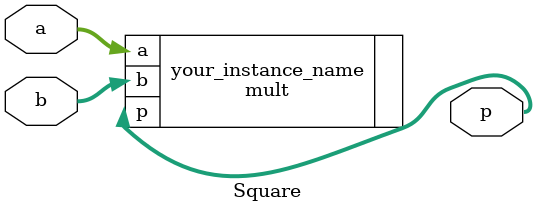
<source format=v>
`timescale 1ns / 1ns
module Square(a,b,p
    );
input  [9:0]  a;
input  [9:0]  b;
output [19:0] p;
mult your_instance_name (
  .a(a), // input [9 : 0] a
  .b(b), // input [9 : 0] b
  .p(p) // output [19 : 0] p
);
endmodule

</source>
